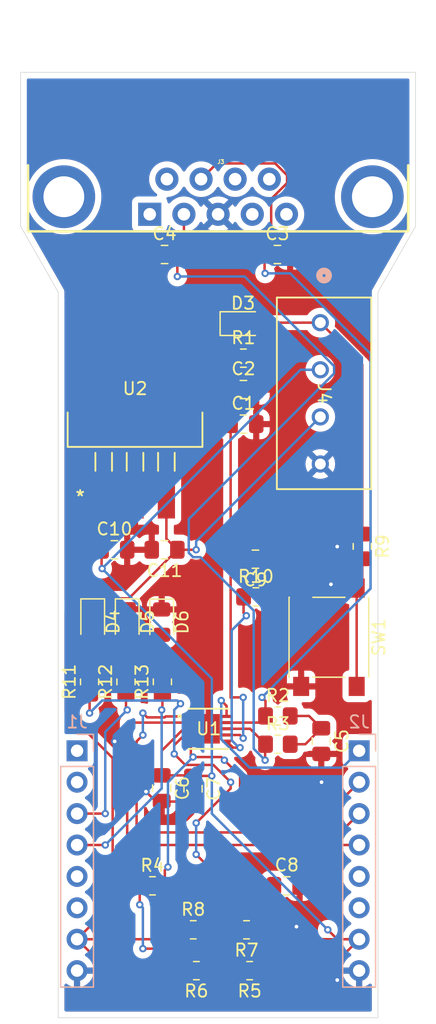
<source format=kicad_pcb>
(kicad_pcb (version 20240108) (generator "pcbnew") (generator_version "8.0")
  (layers (0 "F.Cu" signal) (31 "B.Cu" signal) (34 "B.Paste" user) (35 "F.Paste" user) (36 "B.SilkS" user "B.Silkscreen") (37 "F.SilkS" user "F.Silkscreen") (38 "B.Mask" user) (39 "F.Mask" user) (44 "Edge.Cuts" user))
  (net 0 "")
  (net 1 "GND")
  (net 2 "Net-(D3-K)")
  (net 3 "/CAN_H")
  (net 4 "/CAN_L")
  (net 5 "Net-(C5-Pad1)")
  (net 6 "VIO")
  (net 7 "Net-(C9-Pad1)")
  (net 8 "3.3V")
  (net 9 "Vbat")
  (net 10 "Net-(D4-A)")
  (net 11 "Net-(D5-A)")
  (net 12 "Net-(D6-A)")
  (net 13 "/RST")
  (net 16 "/En")
  (net 17 "Comm")
  (net 18 "EP")
  (net 19 "/Tx")
  (net 20 "/Rx")
  (net 23 "VCC")
  (net 30 "Net-(R4-Pad1)")
  (net 31 "/WUP")
  (footprint "Resistor_SMD:R_0805_2012Metric_Pad1.20x1.40mm_HandSolder" (layer "F.Cu") (at 114.046 94.758 90)
    (property "Reference" "R11" (at 0 -1.65 -90) (layer "F.SilkS"))
    (property "Value" "470")
    (fp_line (start -0.227064 -0.735) (end 0.227064 -0.735) (stroke (width 0.12)) (layer "F.SilkS"))
    (fp_line (start -0.227064 0.735) (end 0.227064 0.735) (stroke (width 0.12)) (layer "F.SilkS"))
    (pad "1" smd roundrect (at -1 0 90) (size 1.2 1.4) (layers "F.Cu" "F.Paste" "F.Mask") (roundrect_rratio 0.208333) (net 6 "VIO"))
    (pad "2" smd roundrect (at 1 0 90) (size 1.2 1.4) (layers "F.Cu" "F.Paste" "F.Mask") (roundrect_rratio 0.208333) (net 10 "Net-(D4-A)"))
  )
  (footprint "LED_SMD:LED_0805_2012Metric_Pad1.15x1.40mm_HandSolder" (layer "F.Cu") (at 114.3 89.907 -90)
    (property "Reference" "D4" (at 0 -1.65 90) (layer "F.SilkS"))
    (property "Value" "LED")
    (fp_line (start -1.86 0.96) (end 1 0.96) (stroke (width 0.12)) (layer "F.SilkS"))
    (fp_line (start -1.86 -0.96) (end -1.86 0.96) (stroke (width 0.12)) (layer "F.SilkS"))
    (fp_line (start 1 -0.96) (end -1.86 -0.96) (stroke (width 0.12)) (layer "F.SilkS"))
    (pad "1" smd roundrect (at -1.025 0 270) (size 1.15 1.4) (layers "F.Cu" "F.Paste" "F.Mask") (roundrect_rratio 0.217391) (net 1 "GND"))
    (pad "2" smd roundrect (at 1.025 0 270) (size 1.15 1.4) (layers "F.Cu" "F.Paste" "F.Mask") (roundrect_rratio 0.217391) (net 10 "Net-(D4-A)"))
  )
  (footprint "Capacitor_SMD:C_0805_2012Metric_Pad1.18x1.45mm_HandSolder" (layer "F.Cu") (at 116.0565 84.074)
    (property "Reference" "C10" (at 0 -1.68 0) (layer "F.SilkS"))
    (property "Value" "0.22uF")
    (fp_line (start -0.261252 -0.735) (end 0.261252 -0.735) (stroke (width 0.12)) (layer "F.SilkS"))
    (fp_line (start -0.261252 0.735) (end 0.261252 0.735) (stroke (width 0.12)) (layer "F.SilkS"))
    (pad "1" smd roundrect (at -1.0375 0) (size 1.175 1.45) (layers "F.Cu" "F.Paste" "F.Mask") (roundrect_rratio 0.212766) (net 23 "VCC"))
    (pad "2" smd roundrect (at 1.0375 0) (size 1.175 1.45) (layers "F.Cu" "F.Paste" "F.Mask") (roundrect_rratio 0.212766) (net 1 "GND"))
  )
  (footprint "Capacitor_SMD:C_0805_2012Metric_Pad1.18x1.45mm_HandSolder" (layer "F.Cu") (at 126.5135 73.914)
    (property "Reference" "C1" (at 0 -1.68 0) (layer "F.SilkS"))
    (property "Value" "100nF")
    (fp_line (start -0.261252 -0.735) (end 0.261252 -0.735) (stroke (width 0.12)) (layer "F.SilkS"))
    (fp_line (start -0.261252 0.735) (end 0.261252 0.735) (stroke (width 0.12)) (layer "F.SilkS"))
    (pad "1" smd roundrect (at -1.0375 0) (size 1.175 1.45) (layers "F.Cu" "F.Paste" "F.Mask") (roundrect_rratio 0.212766) (net 2 "Net-(D3-K)"))
    (pad "2" smd roundrect (at 1.0375 0) (size 1.175 1.45) (layers "F.Cu" "F.Paste" "F.Mask") (roundrect_rratio 0.212766) (net 1 "GND"))
  )
  (footprint "Capacitor_SMD:C_0805_2012Metric_Pad1.18x1.45mm_HandSolder" (layer "F.Cu") (at 119.888 103.3565 -90)
    (property "Reference" "C6" (at 0 -1.68 90) (layer "F.SilkS"))
    (property "Value" "100nF")
    (fp_line (start -0.261252 0.735) (end 0.261252 0.735) (stroke (width 0.12)) (layer "F.SilkS"))
    (fp_line (start -0.261252 -0.735) (end 0.261252 -0.735) (stroke (width 0.12)) (layer "F.SilkS"))
    (pad "1" smd roundrect (at -1.0375 0 270) (size 1.175 1.45) (layers "F.Cu" "F.Paste" "F.Mask") (roundrect_rratio 0.212766) (net 23 "VCC"))
    (pad "2" smd roundrect (at 1.0375 0 270) (size 1.175 1.45) (layers "F.Cu" "F.Paste" "F.Mask") (roundrect_rratio 0.212766) (net 1 "GND"))
  )
  (footprint "Resistor_SMD:R_0805_2012Metric_Pad1.20x1.40mm_HandSolder" (layer "F.Cu") (at 136.144 83.804 -90)
    (property "Reference" "R9" (at 0 -1.65 90) (layer "F.SilkS"))
    (property "Value" "10k")
    (fp_line (start -0.227064 0.735) (end 0.227064 0.735) (stroke (width 0.12)) (layer "F.SilkS"))
    (fp_line (start -0.227064 -0.735) (end 0.227064 -0.735) (stroke (width 0.12)) (layer "F.SilkS"))
    (pad "1" smd roundrect (at -1 0 270) (size 1.2 1.4) (layers "F.Cu" "F.Paste" "F.Mask") (roundrect_rratio 0.208333) (net 9 "Vbat"))
    (pad "2" smd roundrect (at 1 0 270) (size 1.2 1.4) (layers "F.Cu" "F.Paste" "F.Mask") (roundrect_rratio 0.208333) (net 7 "Net-(C9-Pad1)"))
  )
  (footprint "Resistor_SMD:R_0805_2012Metric_Pad1.20x1.40mm_HandSolder" (layer "F.Cu") (at 116.996 94.758 90)
    (property "Reference" "R12" (at 0 -1.65 -90) (layer "F.SilkS"))
    (property "Value" "470")
    (fp_line (start -0.227064 -0.735) (end 0.227064 -0.735) (stroke (width 0.12)) (layer "F.SilkS"))
    (fp_line (start -0.227064 0.735) (end 0.227064 0.735) (stroke (width 0.12)) (layer "F.SilkS"))
    (pad "1" smd roundrect (at -1 0 90) (size 1.2 1.4) (layers "F.Cu" "F.Paste" "F.Mask") (roundrect_rratio 0.208333) (net 18 "EP"))
    (pad "2" smd roundrect (at 1 0 90) (size 1.2 1.4) (layers "F.Cu" "F.Paste" "F.Mask") (roundrect_rratio 0.208333) (net 11 "Net-(D5-A)"))
  )
  (footprint "wire_connector_4:CONN4_500000G_AMP" (layer "F.Cu") (at 132.742 65.7098 -90)
    (property "Reference" "J4" (at 5.715 -0.304 -90) (layer "F.SilkS"))
    (property "Value" "Conn_01x04_Pin")
    (fp_circle (center -3.81 -0.304) (end -3.429 -0.304) (stroke (width 0.508)) (fill none) (layer "B.SilkS"))
    (fp_line (start -2.032 3.5187) (end 13.462 3.5187) (stroke (width 0.1524)) (layer "F.SilkS"))
    (fp_line (start 13.462 3.5187) (end 13.462 -4.1267) (stroke (width 0.1524)) (layer "F.SilkS"))
    (fp_line (start -2.032 -4.1267) (end -2.032 3.5187) (stroke (width 0.1524)) (layer "F.SilkS"))
    (fp_line (start 13.462 -4.1267) (end -2.032 -4.1267) (stroke (width 0.1524)) (layer "F.SilkS"))
    (fp_circle (center -3.81 -0.304) (end -3.429 -0.304) (stroke (width 0.508)) (fill none) (layer "F.SilkS"))
    (pad "1" thru_hole circle (at 0 0 270) (size 1.397 1.397) (drill 0.889) (layers "*.Cu" "*.Mask") (net 9 "Vbat"))
    (pad "2" thru_hole circle (at 3.81 0 270) (size 1.397 1.397) (drill 0.889) (layers "*.Cu" "*.Mask") (net 23 "VCC"))
    (pad "3" thru_hole circle (at 7.62 0 270) (size 1.397 1.397) (drill 0.889) (layers "*.Cu" "*.Mask") (net 8 "3.3V"))
    (pad "4" thru_hole circle (at 11.43 0 270) (size 1.397 1.397) (drill 0.889) (layers "*.Cu" "*.Mask") (net 1 "GND"))
  )
  (footprint "Capacitor_SMD:C_0805_2012Metric_Pad1.18x1.45mm_HandSolder" (layer "F.Cu") (at 129.2645 60.198)
    (property "Reference" "C3" (at 0 -1.68 0) (layer "F.SilkS"))
    (property "Value" "47pF")
    (fp_line (start -0.261252 -0.735) (end 0.261252 -0.735) (stroke (width 0.12)) (layer "F.SilkS"))
    (fp_line (start -0.261252 0.735) (end 0.261252 0.735) (stroke (width 0.12)) (layer "F.SilkS"))
    (pad "1" smd roundrect (at -1.0375 0) (size 1.175 1.45) (layers "F.Cu" "F.Paste" "F.Mask") (roundrect_rratio 0.212766) (net 3 "/CAN_H"))
    (pad "2" smd roundrect (at 1.0375 0) (size 1.175 1.45) (layers "F.Cu" "F.Paste" "F.Mask") (roundrect_rratio 0.212766) (net 1 "GND"))
  )
  (footprint "Resistor_SMD:R_0805_2012Metric_Pad1.20x1.40mm_HandSolder" (layer "F.Cu") (at 119.142 111.252)
    (property "Reference" "R4" (at 0 -1.65 0) (layer "F.SilkS"))
    (property "Value" "10k")
    (fp_line (start -0.227064 -0.735) (end 0.227064 -0.735) (stroke (width 0.12)) (layer "F.SilkS"))
    (fp_line (start -0.227064 0.735) (end 0.227064 0.735) (stroke (width 0.12)) (layer "F.SilkS"))
    (pad "1" smd roundrect (at -1 0) (size 1.2 1.4) (layers "F.Cu" "F.Paste" "F.Mask") (roundrect_rratio 0.208333) (net 30 "Net-(R4-Pad1)"))
    (pad "2" smd roundrect (at 1 0) (size 1.2 1.4) (layers "F.Cu" "F.Paste" "F.Mask") (roundrect_rratio 0.208333) (net 13 "/RST"))
  )
  (footprint "Diode_SMD:D_0805_2012Metric_Pad1.15x1.40mm_HandSolder" (layer "F.Cu") (at 126.483 65.786)
    (property "Reference" "D3" (at 0 -1.65 0) (layer "F.SilkS"))
    (property "Value" "D")
    (fp_line (start -1.86 -0.96) (end -1.86 0.96) (stroke (width 0.12)) (layer "F.SilkS"))
    (fp_line (start -1.86 0.96) (end 1 0.96) (stroke (width 0.12)) (layer "F.SilkS"))
    (fp_line (start 1 -0.96) (end -1.86 -0.96) (stroke (width 0.12)) (layer "F.SilkS"))
    (pad "1" smd roundrect (at -1.025 0) (size 1.15 1.4) (layers "F.Cu" "F.Paste" "F.Mask") (roundrect_rratio 0.217391) (net 2 "Net-(D3-K)"))
    (pad "2" smd roundrect (at 1.025 0) (size 1.15 1.4) (layers "F.Cu" "F.Paste" "F.Mask") (roundrect_rratio 0.217391) (net 9 "Vbat"))
  )
  (footprint "Capacitor_SMD:C_0805_2012Metric_Pad1.18x1.45mm_HandSolder" (layer "F.Cu") (at 126.5135 71.12)
    (property "Reference" "C2" (at 0 -1.68 0) (layer "F.SilkS"))
    (property "Value" "10uF")
    (fp_line (start -0.261252 -0.735) (end 0.261252 -0.735) (stroke (width 0.12)) (layer "F.SilkS"))
    (fp_line (start -0.261252 0.735) (end 0.261252 0.735) (stroke (width 0.12)) (layer "F.SilkS"))
    (pad "1" smd roundrect (at -1.0375 0) (size 1.175 1.45) (layers "F.Cu" "F.Paste" "F.Mask") (roundrect_rratio 0.212766) (net 2 "Net-(D3-K)"))
    (pad "2" smd roundrect (at 1.0375 0) (size 1.175 1.45) (layers "F.Cu" "F.Paste" "F.Mask") (roundrect_rratio 0.212766) (net 1 "GND"))
  )
  (footprint "Capacitor_SMD:C_0805_2012Metric_Pad1.18x1.45mm_HandSolder" (layer "F.Cu") (at 120.1205 60.198)
    (property "Reference" "C4" (at 0 -1.68 0) (layer "F.SilkS"))
    (property "Value" "47pF")
    (fp_line (start -0.261252 -0.735) (end 0.261252 -0.735) (stroke (width 0.12)) (layer "F.SilkS"))
    (fp_line (start -0.261252 0.735) (end 0.261252 0.735) (stroke (width 0.12)) (layer "F.SilkS"))
    (pad "1" smd roundrect (at -1.0375 0) (size 1.175 1.45) (layers "F.Cu" "F.Paste" "F.Mask") (roundrect_rratio 0.212766) (net 1 "GND"))
    (pad "2" smd roundrect (at 1.0375 0) (size 1.175 1.45) (layers "F.Cu" "F.Paste" "F.Mask") (roundrect_rratio 0.212766) (net 4 "/CAN_L"))
  )
  (footprint "Capacitor_SMD:C_0805_2012Metric_Pad1.18x1.45mm_HandSolder" (layer "F.Cu") (at 132.8205 99.5465 -90)
    (property "Reference" "C5" (at 0 -1.68 90) (layer "F.SilkS"))
    (property "Value" "4.7nF")
    (fp_line (start -0.261252 0.735) (end 0.261252 0.735) (stroke (width 0.12)) (layer "F.SilkS"))
    (fp_line (start -0.261252 -0.735) (end 0.261252 -0.735) (stroke (width 0.12)) (layer "F.SilkS"))
    (pad "1" smd roundrect (at -1.0375 0 270) (size 1.175 1.45) (layers "F.Cu" "F.Paste" "F.Mask") (roundrect_rratio 0.212766) (net 5 "Net-(C5-Pad1)"))
    (pad "2" smd roundrect (at 1.0375 0 270) (size 1.175 1.45) (layers "F.Cu" "F.Paste" "F.Mask") (roundrect_rratio 0.212766) (net 1 "GND"))
  )
  (footprint "Resistor_SMD:R_0805_2012Metric_Pad1.20x1.40mm_HandSolder" (layer "F.Cu") (at 122.444 114.808)
    (property "Reference" "R8" (at 0 -1.65 0) (layer "F.SilkS"))
    (property "Value" "0")
    (fp_line (start -0.227064 -0.735) (end 0.227064 -0.735) (stroke (width 0.12)) (layer "F.SilkS"))
    (fp_line (start -0.227064 0.735) (end 0.227064 0.735) (stroke (width 0.12)) (layer "F.SilkS"))
    (pad "1" smd roundrect (at -1 0) (size 1.2 1.4) (layers "F.Cu" "F.Paste" "F.Mask") (roundrect_rratio 0.208333) (net 8 "3.3V"))
    (pad "2" smd roundrect (at 1 0) (size 1.2 1.4) (layers "F.Cu" "F.Paste" "F.Mask") (roundrect_rratio 0.208333) (net 6 "VIO"))
  )
  (footprint "Resistor_SMD:R_0805_2012Metric_Pad1.20x1.40mm_HandSolder" (layer "F.Cu") (at 127.016 118.11 180)
    (property "Reference" "R5" (at 0 -1.65 180) (layer "F.SilkS"))
    (property "Value" "0")
    (fp_line (start -0.227064 0.735) (end 0.227064 0.735) (stroke (width 0.12)) (layer "F.SilkS"))
    (fp_line (start -0.227064 -0.735) (end 0.227064 -0.735) (stroke (width 0.12)) (layer "F.SilkS"))
    (pad "1" smd roundrect (at -1 0 180) (size 1.2 1.4) (layers "F.Cu" "F.Paste" "F.Mask") (roundrect_rratio 0.208333) (net 23 "VCC"))
    (pad "2" smd roundrect (at 1 0 180) (size 1.2 1.4) (layers "F.Cu" "F.Paste" "F.Mask") (roundrect_rratio 0.208333) (net 30 "Net-(R4-Pad1)"))
  )
  (footprint "LED_SMD:LED_0805_2012Metric_Pad1.15x1.40mm_HandSolder" (layer "F.Cu") (at 119.888 89.925 -90)
    (property "Reference" "D6" (at 0 -1.65 90) (layer "F.SilkS"))
    (property "Value" "LED")
    (fp_line (start -1.86 0.96) (end 1 0.96) (stroke (width 0.12)) (layer "F.SilkS"))
    (fp_line (start -1.86 -0.96) (end -1.86 0.96) (stroke (width 0.12)) (layer "F.SilkS"))
    (fp_line (start 1 -0.96) (end -1.86 -0.96) (stroke (width 0.12)) (layer "F.SilkS"))
    (pad "1" smd roundrect (at -1.025 0 270) (size 1.15 1.4) (layers "F.Cu" "F.Paste" "F.Mask") (roundrect_rratio 0.217391) (net 1 "GND"))
    (pad "2" smd roundrect (at 1.025 0 270) (size 1.15 1.4) (layers "F.Cu" "F.Paste" "F.Mask") (roundrect_rratio 0.217391) (net 12 "Net-(D6-A)"))
  )
  (footprint "Resistor_SMD:R_0805_2012Metric_Pad1.20x1.40mm_HandSolder" (layer "F.Cu") (at 119.946 94.758 90)
    (property "Reference" "R13" (at 0 -1.65 -90) (layer "F.SilkS"))
    (property "Value" "470")
    (fp_line (start -0.227064 -0.735) (end 0.227064 -0.735) (stroke (width 0.12)) (layer "F.SilkS"))
    (fp_line (start -0.227064 0.735) (end 0.227064 0.735) (stroke (width 0.12)) (layer "F.SilkS"))
    (pad "1" smd roundrect (at -1 0 90) (size 1.2 1.4) (layers "F.Cu" "F.Paste" "F.Mask") (roundrect_rratio 0.208333) (net 17 "Comm"))
    (pad "2" smd roundrect (at 1 0 90) (size 1.2 1.4) (layers "F.Cu" "F.Paste" "F.Mask") (roundrect_rratio 0.208333) (net 12 "Net-(D6-A)"))
  )
  (footprint "Resistor_SMD:R_0805_2012Metric_Pad1.20x1.40mm_HandSolder" (layer "F.Cu") (at 126.762 114.808 180)
    (property "Reference" "R7" (at 0 -1.65 180) (layer "F.SilkS"))
    (property "Value" "0")
    (fp_line (start -0.227064 0.735) (end 0.227064 0.735) (stroke (width 0.12)) (layer "F.SilkS"))
    (fp_line (start -0.227064 -0.735) (end 0.227064 -0.735) (stroke (width 0.12)) (layer "F.SilkS"))
    (pad "1" smd roundrect (at -1 0 180) (size 1.2 1.4) (layers "F.Cu" "F.Paste" "F.Mask") (roundrect_rratio 0.208333) (net 23 "VCC"))
    (pad "2" smd roundrect (at 1 0 180) (size 1.2 1.4) (layers "F.Cu" "F.Paste" "F.Mask") (roundrect_rratio 0.208333) (net 6 "VIO"))
  )
  (footprint "Resistor_SMD:R_0805_2012Metric_Pad1.20x1.40mm_HandSolder" (layer "F.Cu") (at 129.302 97.5145)
    (property "Reference" "R2" (at 0 -1.65 0) (layer "F.SilkS"))
    (property "Value" "60")
    (fp_line (start -0.227064 -0.735) (end 0.227064 -0.735) (stroke (width 0.12)) (layer "F.SilkS"))
    (fp_line (start -0.227064 0.735) (end 0.227064 0.735) (stroke (width 0.12)) (layer "F.SilkS"))
    (pad "1" smd roundrect (at -1 0) (size 1.2 1.4) (layers "F.Cu" "F.Paste" "F.Mask") (roundrect_rratio 0.208333) (net 3 "/CAN_H"))
    (pad "2" smd roundrect (at 1 0) (size 1.2 1.4) (layers "F.Cu" "F.Paste" "F.Mask") (roundrect_rratio 0.208333) (net 5 "Net-(C5-Pad1)"))
  )
  (footprint "footprints_ATA6503:VDFN10_4BW_2p3x1p7EP_MCH" (layer "F.Cu") (at 123.698 98.552)
    (property "Reference" "U1" (at 0 0 0) (layer "F.SilkS"))
    (property "Value" "ATA6503T-4BWVAO")
    (fp_line (start -1.6256 1.6256) (end 1.6256 1.6256) (stroke (width 0.1524)) (layer "F.SilkS"))
    (fp_line (start 1.6256 -1.6256) (end -1.6256 -1.6256) (stroke (width 0.1524)) (layer "F.SilkS"))
    (fp_circle (center -2.3542 -1) (end -2.2526 -1) (stroke (width 0.1524)) (fill none) (layer "F.SilkS"))
    (pad "1" smd rect (at -1.4478 -1.000001) (size 0.7112 0.254) (layers "F.Cu" "F.Paste" "F.Mask") (net 19 "/Tx"))
    (pad "2" smd rect (at -1.4478 -0.499999) (size 0.7112 0.254) (layers "F.Cu" "F.Paste" "F.Mask") (net 20 "/Rx"))
    (pad "3" smd rect (at -1.4478 0) (size 0.7112 0.254) (layers "F.Cu" "F.Paste" "F.Mask") (net 23 "VCC"))
    (pad "4" smd rect (at -1.4478 0.499999) (size 0.7112 0.254) (layers "F.Cu" "F.Paste" "F.Mask") (net 6 "VIO"))
    (pad "5" smd rect (at -1.4478 1.000001) (size 0.7112 0.254) (layers "F.Cu" "F.Paste" "F.Mask") (net 13 "/RST"))
    (pad "6" smd rect (at 1.4478 1.000001) (size 0.7112 0.254) (layers "F.Cu" "F.Paste" "F.Mask") (net 31 "/WUP"))
    (pad "7" smd rect (at 1.4478 0.499999) (size 0.7112 0.254) (layers "F.Cu" "F.Paste" "F.Mask") (net 2 "Net-(D3-K)"))
    (pad "8" smd rect (at 1.4478 0) (size 0.7112 0.254) (layers "F.Cu" "F.Paste" "F.Mask") (net 4 "/CAN_L"))
    (pad "9" smd rect (at 1.4478 -0.499999) (size 0.7112 0.254) (layers "F.Cu" "F.Paste" "F.Mask") (net 3 "/CAN_H"))
    (pad "10" smd rect (at 1.4478 -1.000001) (size 0.7112 0.254) (layers "F.Cu" "F.Paste" "F.Mask") (net 16 "/En"))
    (pad "11" smd rect (at 0 0) (size 1.8034 2.3876) (layers "F.Cu" "F.Paste" "F.Mask") (net 1 "GND"))
  )
  (footprint "Capacitor_SMD:C_0805_2012Metric_Pad1.18x1.45mm_HandSolder" (layer "F.Cu") (at 130.0265 111.252)
    (property "Reference" "C8" (at 0 -1.68 0) (layer "F.SilkS"))
    (property "Value" "100nF")
    (fp_line (start -0.261252 -0.735) (end 0.261252 -0.735) (stroke (width 0.12)) (layer "F.SilkS"))
    (fp_line (start -0.261252 0.735) (end 0.261252 0.735) (stroke (width 0.12)) (layer "F.SilkS"))
    (pad "1" smd roundrect (at -1.0375 0) (size 1.175 1.45) (layers "F.Cu" "F.Paste" "F.Mask") (roundrect_rratio 0.212766) (net 6 "VIO"))
    (pad "2" smd roundrect (at 1.0375 0) (size 1.175 1.45) (layers "F.Cu" "F.Paste" "F.Mask") (roundrect_rratio 0.212766) (net 1 "GND"))
  )
  (footprint "Resistor_SMD:R_0805_2012Metric_Pad1.20x1.40mm_HandSolder" (layer "F.Cu") (at 122.698 118.11 180)
    (property "Reference" "R6" (at 0 -1.65 180) (layer "F.SilkS"))
    (property "Value" "0")
    (fp_line (start -0.227064 0.735) (end 0.227064 0.735) (stroke (width 0.12)) (layer "F.SilkS"))
    (fp_line (start -0.227064 -0.735) (end 0.227064 -0.735) (stroke (width 0.12)) (layer "F.SilkS"))
    (pad "1" smd roundrect (at -1 0 180) (size 1.2 1.4) (layers "F.Cu" "F.Paste" "F.Mask") (roundrect_rratio 0.208333) (net 30 "Net-(R4-Pad1)"))
    (pad "2" smd roundrect (at 1 0 180) (size 1.2 1.4) (layers "F.Cu" "F.Paste" "F.Mask") (roundrect_rratio 0.208333) (net 8 "3.3V"))
  )
  (footprint "Capacitor_SMD:C_0805_2012Metric_Pad1.18x1.45mm_HandSolder" (layer "F.Cu") (at 120.1205 84.074 180)
    (property "Reference" "C11" (at 0 -1.68 180) (layer "F.SilkS"))
    (property "Value" "10uF")
    (fp_line (start -0.261252 0.735) (end 0.261252 0.735) (stroke (width 0.12)) (layer "F.SilkS"))
    (fp_line (start -0.261252 -0.735) (end 0.261252 -0.735) (stroke (width 0.12)) (layer "F.SilkS"))
    (pad "1" smd roundrect (at -1.0375 0 180) (size 1.175 1.45) (layers "F.Cu" "F.Paste" "F.Mask") (roundrect_rratio 0.212766) (net 8 "3.3V"))
    (pad "2" smd roundrect (at 1.0375 0 180) (size 1.175 1.45) (layers "F.Cu" "F.Paste" "F.Mask") (roundrect_rratio 0.212766) (net 1 "GND"))
  )
  (footprint "Resistor_SMD:R_0805_2012Metric_Pad1.20x1.40mm_HandSolder" (layer "F.Cu") (at 126.508 68.58)
    (property "Reference" "R1" (at 0 -1.65 0) (layer "F.SilkS"))
    (property "Value" "10k")
    (fp_line (start -0.227064 -0.735) (end 0.227064 -0.735) (stroke (width 0.12)) (layer "F.SilkS"))
    (fp_line (start -0.227064 0.735) (end 0.227064 0.735) (stroke (width 0.12)) (layer "F.SilkS"))
    (pad "1" smd roundrect (at -1 0) (size 1.2 1.4) (layers "F.Cu" "F.Paste" "F.Mask") (roundrect_rratio 0.208333) (net 2 "Net-(D3-K)"))
    (pad "2" smd roundrect (at 1 0) (size 1.2 1.4) (layers "F.Cu" "F.Paste" "F.Mask") (roundrect_rratio 0.208333) (net 1 "GND"))
  )
  (footprint "footprints:TO263-3LD_MCH" (layer "F.Cu") (at 117.729 71.0438)
    (property "Reference" "U2" (at 0 0 0) (layer "F.SilkS"))
    (property "Value" "MIC2940A-3.3WU")
    (fp_line (start -5.461 1.929749) (end -5.461 4.7117) (stroke (width 0.1524)) (layer "F.SilkS"))
    (fp_line (start -5.461 4.7117) (end 5.461 4.7117) (stroke (width 0.1524)) (layer "F.SilkS"))
    (fp_line (start -3.2131 5.1943) (end -3.2131 6.6421) (stroke (width 0.1524)) (layer "F.SilkS"))
    (fp_line (start -1.8669 5.1943) (end -1.8669 6.6421) (stroke (width 0.1524)) (layer "F.SilkS"))
    (fp_line (start -0.6731 5.1943) (end -0.6731 6.6421) (stroke (width 0.1524)) (layer "F.SilkS"))
    (fp_line (start 0.6731 5.1943) (end 0.6731 6.6421) (stroke (width 0.1524)) (layer "F.SilkS"))
    (fp_line (start 1.8669 5.1943) (end 1.8669 6.6421) (stroke (width 0.1524)) (layer "F.SilkS"))
    (fp_line (start 3.2131 5.1943) (end 3.2131 6.6421) (stroke (width 0.1524)) (layer "F.SilkS"))
    (fp_line (start 5.461 4.7117) (end 5.461 1.929749) (stroke (width 0.1524)) (layer "F.SilkS"))
    (fp_text user "*" (at -4.445 8.7503 0) (layer "F.SilkS"))
    (fp_text user "*" (at -4.445 8.7503 0) (layer "F.SilkS"))
    (pad "1" smd rect (at -2.54 8.7503) (size 1.397 3.5052) (layers "F.Cu" "F.Paste" "F.Mask") (net 23 "VCC"))
    (pad "2" smd rect (at 0 8.7503) (size 1.397 3.5052) (layers "F.Cu" "F.Paste" "F.Mask") (net 1 "GND"))
    (pad "3" smd rect (at 2.54 8.7503) (size 1.397 3.5052) (layers "F.Cu" "F.Paste" "F.Mask") (net 8 "3.3V"))
    (pad "4" smd rect (at 0 -2.5908) (size 10.7188 8.4074) (layers "F.Cu" "F.Paste" "F.Mask") (net 1 "GND"))
  )
  (footprint "Capacitor_SMD:C_0805_2012Metric_Pad1.18x1.45mm_HandSolder" (layer "F.Cu") (at 127.4865 84.836 180)
    (property "Reference" "C9" (at 0 -1.68 180) (layer "F.SilkS"))
    (property "Value" "10nF")
    (fp_line (start -0.261252 0.735) (end 0.261252 0.735) (stroke (width 0.12)) (layer "F.SilkS"))
    (fp_line (start -0.261252 -0.735) (end 0.261252 -0.735) (stroke (width 0.12)) (layer "F.SilkS"))
    (pad "1" smd roundrect (at -1.0375 0 180) (size 1.175 1.45) (layers "F.Cu" "F.Paste" "F.Mask") (roundrect_rratio 0.212766) (net 7 "Net-(C9-Pad1)"))
    (pad "2" smd roundrect (at 1.0375 0 180) (size 1.175 1.45) (layers "F.Cu" "F.Paste" "F.Mask") (roundrect_rratio 0.212766) (net 1 "GND"))
  )
  (footprint "Resistor_SMD:R_0805_2012Metric_Pad1.20x1.40mm_HandSolder" (layer "F.Cu") (at 127.524 87.884)
    (property "Reference" "R10" (at 0 -1.65 0) (layer "F.SilkS"))
    (property "Value" "3.3k")
    (fp_line (start -0.227064 -0.735) (end 0.227064 -0.735) (stroke (width 0.12)) (layer "F.SilkS"))
    (fp_line (start -0.227064 0.735) (end 0.227064 0.735) (stroke (width 0.12)) (layer "F.SilkS"))
    (pad "1" smd roundrect (at -1 0) (size 1.2 1.4) (layers "F.Cu" "F.Paste" "F.Mask") (roundrect_rratio 0.208333) (net 31 "/WUP"))
    (pad "2" smd roundrect (at 1 0) (size 1.2 1.4) (layers "F.Cu" "F.Paste" "F.Mask") (roundrect_rratio 0.208333) (net 7 "Net-(C9-Pad1)"))
  )
  (footprint "DB9_footprint:DB9" (layer "F.Cu") (at 124.46 55.5255)
    (property "Reference" "J3" (at 0.221038 -2.823674 0) (layer "F.SilkS") (effects (font (size 0.320054 0.320054))))
    (property "Value" "DE9_Plug_MountingHoles")
    (fp_line (start -15.4 2.8) (end -15.4 -2.54) (stroke (width 0.2032)) (layer "F.SilkS"))
    (fp_line (start -15.4 2.8) (end 15.4 2.8) (stroke (width 0.2032)) (layer "F.SilkS"))
    (fp_line (start 15.4 2.8) (end 15.4 -2.54) (stroke (width 0.2032)) (layer "F.SilkS"))
    (pad "1" thru_hole rect (at -5.54 1.42) (size 1.8796 1.8796) (drill 1.016) (layers "*.Cu" "*.Mask"))
    (pad "2" thru_hole circle (at -2.77 1.42) (size 1.8796 1.8796) (drill 1.016) (layers "*.Cu" "*.Mask") (net 4 "/CAN_L"))
    (pad "3" thru_hole circle (at 0 1.42) (size 1.8796 1.8796) (drill 1.016) (layers "*.Cu" "*.Mask") (net 1 "GND"))
    (pad "4" thru_hole circle (at 2.77 1.42) (size 1.8796 1.8796) (drill 1.016) (layers "*.Cu" "*.Mask"))
    (pad "5" thru_hole circle (at 5.54 1.42) (size 1.8796 1.8796) (drill 1.016) (layers "*.Cu" "*.Mask"))
    (pad "6" thru_hole circle (at -4.15 -1.42) (size 1.8796 1.8796) (drill 1.016) (layers "*.Cu" "*.Mask"))
    (pad "7" thru_hole circle (at -1.38 -1.42) (size 1.8796 1.8796) (drill 1.016) (layers "*.Cu" "*.Mask") (net 3 "/CAN_H"))
    (pad "8" thru_hole circle (at 1.38 -1.42) (size 1.8796 1.8796) (drill 1.016) (layers "*.Cu" "*.Mask"))
    (pad "9" thru_hole circle (at 4.15 -1.42) (size 1.8796 1.8796) (drill 1.016) (layers "*.Cu" "*.Mask"))
    (pad "G1" thru_hole circle (at -12.5 0) (size 5.08 5.08) (drill 3.302) (layers "*.Cu" "*.Mask"))
    (pad "G2" thru_hole circle (at 12.5 0) (size 5.08 5.08) (drill 3.302) (layers "*.Cu" "*.Mask"))
  )
  (footprint "Button_Switch_SMD:SW_Push_1P1T_NO_6x6mm_H9.5mm" (layer "F.Cu") (at 133.439 91.15 -90)
    (property "Reference" "SW1" (at 0 -4.05 90) (layer "F.SilkS"))
    (property "Value" "SW_Push")
    (fp_line (start -3.23 3.23) (end 3.23 3.23) (stroke (width 0.12)) (layer "F.SilkS"))
    (fp_line (start -3.23 3.23) (end -3.23 3.2) (stroke (width 0.12)) (layer "F.SilkS"))
    (fp_line (start 3.23 3.23) (end 3.23 3.2) (stroke (width 0.12)) (layer "F.SilkS"))
    (fp_line (start -3.23 -1.3) (end -3.23 1.3) (stroke (width 0.12)) (layer "F.SilkS"))
    (fp_line (start 3.23 -1.3) (end 3.23 1.3) (stroke (width 0.12)) (layer "F.SilkS"))
    (fp_line (start -3.23 -3.2) (end -3.23 -3.23) (stroke (width 0.12)) (layer "F.SilkS"))
    (fp_line (start -3.23 -3.23) (end 3.23 -3.23) (stroke (width 0.12)) (layer "F.SilkS"))
    (fp_line (start 3.23 -3.23) (end 3.23 -3.2) (stroke (width 0.12)) (layer "F.SilkS"))
    (pad "1" smd rect (at -3.975 -2.25 270) (size 1.55 1.3) (layers "F.Cu" "F.Paste" "F.Mask") (net 7 "Net-(C9-Pad1)"))
    (pad "1" smd rect (at 3.975 -2.25 270) (size 1.55 1.3) (layers "F.Cu" "F.Paste" "F.Mask") (net 7 "Net-(C9-Pad1)"))
    (pad "2" smd rect (at -3.975 2.25 270) (size 1.55 1.3) (layers "F.Cu" "F.Paste" "F.Mask") (net 1 "GND"))
    (pad "2" smd rect (at 3.975 2.25 270) (size 1.55 1.3) (layers "F.Cu" "F.Paste" "F.Mask") (net 1 "GND"))
  )
  (footprint "Capacitor_SMD:C_0805_2012Metric_Pad1.18x1.45mm_HandSolder" (layer "F.Cu") (at 122.428 103.3995 -90)
    (property "Reference" "C7" (at 0 -1.68 90) (layer "F.SilkS"))
    (property "Value" "2.2uF")
    (fp_line (start -0.261252 0.735) (end 0.261252 0.735) (stroke (width 0.12)) (layer "F.SilkS"))
    (fp_line (start -0.261252 -0.735) (end 0.261252 -0.735) (stroke (width 0.12)) (layer "F.SilkS"))
    (pad "1" smd roundrect (at -1.0375 0 270) (size 1.175 1.45) (layers "F.Cu" "F.Paste" "F.Mask") (roundrect_rratio 0.212766) (net 23 "VCC"))
    (pad "2" smd roundrect (at 1.0375 0 270) (size 1.175 1.45) (layers "F.Cu" "F.Paste" "F.Mask") (roundrect_rratio 0.212766) (net 1 "GND"))
  )
  (footprint "Resistor_SMD:R_0805_2012Metric_Pad1.20x1.40mm_HandSolder" (layer "F.Cu") (at 129.302 99.8005)
    (property "Reference" "R3" (at 0 -1.65 0) (layer "F.SilkS"))
    (property "Value" "60")
    (fp_line (start -0.227064 -0.735) (end 0.227064 -0.735) (stroke (width 0.12)) (layer "F.SilkS"))
    (fp_line (start -0.227064 0.735) (end 0.227064 0.735) (stroke (width 0.12)) (layer "F.SilkS"))
    (pad "1" smd roundrect (at -1 0) (size 1.2 1.4) (layers "F.Cu" "F.Paste" "F.Mask") (roundrect_rratio 0.208333) (net 4 "/CAN_L"))
    (pad "2" smd roundrect (at 1 0) (size 1.2 1.4) (layers "F.Cu" "F.Paste" "F.Mask") (roundrect_rratio 0.208333) (net 5 "Net-(C5-Pad1)"))
  )
  (footprint "LED_SMD:LED_0805_2012Metric_Pad1.15x1.40mm_HandSolder" (layer "F.Cu") (at 117.094 89.907 -90)
    (property "Reference" "D5" (at 0 -1.65 90) (layer "F.SilkS"))
    (property "Value" "LED")
    (fp_line (start -1.86 0.96) (end 1 0.96) (stroke (width 0.12)) (layer "F.SilkS"))
    (fp_line (start -1.86 -0.96) (end -1.86 0.96) (stroke (width 0.12)) (layer "F.SilkS"))
    (fp_line (start 1 -0.96) (end -1.86 -0.96) (stroke (width 0.12)) (layer "F.SilkS"))
    (pad "1" smd roundrect (at -1.025 0 270) (size 1.15 1.4) (layers "F.Cu" "F.Paste" "F.Mask") (roundrect_rratio 0.217391) (net 1 "GND"))
    (pad "2" smd roundrect (at 1.025 0 270) (size 1.15 1.4) (layers "F.Cu" "F.Paste" "F.Mask") (roundrect_rratio 0.217391) (net 11 "Net-(D5-A)"))
  )
  (footprint "Connector_PinHeader_2.54mm:PinHeader_1x08_P2.54mm_Vertical" (layer "B.Cu") (at 113.03 100.33 180)
    (property "Reference" "J1" (at 0 2.33 180) (layer "B.SilkS") (effects (justify mirror)))
    (property "Value" "Conn_01x08_Pin")
    (fp_line (start 1.33 -1.27) (end -1.33 -1.27) (stroke (width 0.12)) (layer "B.SilkS"))
    (fp_line (start 1.33 -19.11) (end 1.33 -1.27) (stroke (width 0.12)) (layer "B.SilkS"))
    (fp_line (start 1.33 -19.11) (end -1.33 -19.11) (stroke (width 0.12)) (layer "B.SilkS"))
    (fp_line (start 0 1.33) (end -1.33 1.33) (stroke (width 0.12)) (layer "B.SilkS"))
    (fp_line (start -1.33 1.33) (end -1.33 0) (stroke (width 0.12)) (layer "B.SilkS"))
    (fp_line (start -1.33 -19.11) (end -1.33 -1.27) (stroke (width 0.12)) (layer "B.SilkS"))
    (pad "1" thru_hole rect (at 0 0 180) (size 1.7 1.7) (drill 1) (layers "*.Cu" "*.Mask"))
    (pad "2" thru_hole oval (at 0 -2.54 180) (size 1.7 1.7) (drill 1) (layers "*.Cu" "*.Mask"))
    (pad "3" thru_hole oval (at 0 -5.08 180) (size 1.7 1.7) (drill 1) (layers "*.Cu" "*.Mask") (net 18 "EP"))
    (pad "4" thru_hole oval (at 0 -7.62 180) (size 1.7 1.7) (drill 1) (layers "*.Cu" "*.Mask") (net 17 "Comm"))
    (pad "5" thru_hole oval (at 0 -10.16 180) (size 1.7 1.7) (drill 1) (layers "*.Cu" "*.Mask"))
    (pad "6" thru_hole oval (at 0 -12.7 180) (size 1.7 1.7) (drill 1) (layers "*.Cu" "*.Mask"))
    (pad "7" thru_hole oval (at 0 -15.24 180) (size 1.7 1.7) (drill 1) (layers "*.Cu" "*.Mask") (net 8 "3.3V"))
    (pad "8" thru_hole oval (at 0 -17.78 180) (size 1.7 1.7) (drill 1) (layers "*.Cu" "*.Mask") (net 1 "GND"))
  )
  (footprint "Connector_PinHeader_2.54mm:PinHeader_1x08_P2.54mm_Vertical" (layer "B.Cu") (at 135.89 100.33 180)
    (property "Reference" "J2" (at 0 2.33 180) (layer "B.SilkS") (effects (justify mirror)))
    (property "Value" "Conn_01x08_Pin")
    (fp_line (start 1.33 -1.27) (end -1.33 -1.27) (stroke (width 0.12)) (layer "B.SilkS"))
    (fp_line (start 1.33 -19.11) (end 1.33 -1.27) (stroke (width 0.12)) (layer "B.SilkS"))
    (fp_line (start 1.33 -19.11) (end -1.33 -19.11) (stroke (width 0.12)) (layer "B.SilkS"))
    (fp_line (start 0 1.33) (end -1.33 1.33) (stroke (width 0.12)) (layer "B.SilkS"))
    (fp_line (start -1.33 1.33) (end -1.33 0) (stroke (width 0.12)) (layer "B.SilkS"))
    (fp_line (start -1.33 -19.11) (end -1.33 -1.27) (stroke (width 0.12)) (layer "B.SilkS"))
    (pad "1" thru_hole rect (at 0 0 180) (size 1.7 1.7) (drill 1) (layers "*.Cu" "*.Mask") (net 16 "/En"))
    (pad "2" thru_hole oval (at 0 -2.54 180) (size 1.7 1.7) (drill 1) (layers "*.Cu" "*.Mask") (net 13 "/RST"))
    (pad "3" thru_hole oval (at 0 -5.08 180) (size 1.7 1.7) (drill 1) (layers "*.Cu" "*.Mask") (net 19 "/Tx"))
    (pad "4" thru_hole oval (at 0 -7.62 180) (size 1.7 1.7) (drill 1) (layers "*.Cu" "*.Mask") (net 20 "/Rx"))
    (pad "5" thru_hole oval (at 0 -10.16 180) (size 1.7 1.7) (drill 1) (layers "*.Cu" "*.Mask"))
    (pad "6" thru_hole oval (at 0 -12.7 180) (size 1.7 1.7) (drill 1) (layers "*.Cu" "*.Mask"))
    (pad "7" thru_hole oval (at 0 -15.24 180) (size 1.7 1.7) (drill 1) (layers "*.Cu" "*.Mask") (net 23 "VCC"))
    (pad "8" thru_hole oval (at 0 -17.78 180) (size 1.7 1.7) (drill 1) (layers "*.Cu" "*.Mask") (net 1 "GND"))
  )
  (gr_line (start 111.76 121.92) (end 137.16 121.92) (stroke (width 0.05)) (layer "Edge.Cuts"))
  (gr_line (start 111.506 63.246) (end 108.458 57.912) (stroke (width 0.05)) (layer "Edge.Cuts"))
  (gr_line (start 108.458 57.912) (end 108.458 45.466) (stroke (width 0.05)) (layer "Edge.Cuts"))
  (gr_line (start 137.414 63.246) (end 140.462 57.912) (stroke (width 0.05)) (layer "Edge.Cuts"))
  (gr_line (start 137.414 121.92) (end 137.414 63.246) (stroke (width 0.05)) (layer "Edge.Cuts"))
  (gr_line (start 111.506 121.92) (end 111.506 63.246) (stroke (width 0.05)) (layer "Edge.Cuts"))
  (gr_line (start 111.76 121.92) (end 111.506 121.92) (stroke (width 0.05)) (layer "Edge.Cuts"))
  (gr_line (start 108.458 45.466) (end 140.462 45.466) (stroke (width 0.05)) (layer "Edge.Cuts"))
  (gr_line (start 140.462 45.466) (end 140.462 57.912) (stroke (width 0.05)) (layer "Edge.Cuts"))
  (gr_line (start 137.16 121.92) (end 137.414 121.92) (stroke (width 0.05)) (layer "Edge.Cuts"))
  (segment (start 119.888 104.394) (end 119.38 104.394) (width 0.2) (layer "F.Cu") (net 1))
  (segment (start 132.8205 102.8485) (end 132.842 102.87) (width 0.2) (layer "F.Cu") (net 1))
  (segment (start 122.428 104.437) (end 119.931 104.437) (width 0.2) (layer "F.Cu") (net 1))
  (segment (start 122.428 105.41) (end 121.92 105.918) (width 0.2) (layer "F.Cu") (net 1))
  (segment (start 119.38 104.394) (end 118.618 103.632) (width 0.2) (layer "F.Cu") (net 1))
  (segment (start 132.8205 100.584) (end 132.8205 102.8485) (width 0.2) (layer "F.Cu") (net 1))
  (segment (start 119.931 104.437) (end 119.888 104.394) (width 0.2) (layer "F.Cu") (net 1))
  (via (at 133.604 86.868) (size 0.6) (drill 0.3) (layers "F.Cu" "B.Cu") (net 1))
  (via (at 116.078 99.568) (size 0.6) (drill 0.3) (layers "F.Cu" "B.Cu") (net 1))
  (via (at 118.618 103.632) (size 0.6) (drill 0.3) (layers "F.Cu" "B.Cu") (net 1))
  (via (at 134.112 83.82) (size 0.6) (drill 0.3) (layers "F.Cu" "B.Cu") (net 1))
  (via (at 134.112 118.872) (size 0.6) (drill 0.3) (layers "F.Cu" "B.Cu") (net 1))
  (via (at 130.81 114.554) (size 0.6) (drill 0.3) (layers "F.Cu" "B.Cu") (net 1))
  (via (at 132.842 102.87) (size 0.6) (drill 0.3) (layers "F.Cu" "B.Cu") (net 1))
  (segment (start 116.078 101.092) (end 116.078 99.568) (width 0.2) (layer "B.Cu") (net 1))
  (segment (start 134.112 83.82) (end 134.112 86.36) (width 0.2) (layer "B.Cu") (net 1))
  (segment (start 134.112 118.872) (end 130.81 115.57) (width 0.2) (layer "B.Cu") (net 1))
  (segment (start 130.81 115.57) (end 130.81 114.554) (width 0.2) (layer "B.Cu") (net 1))
  (segment (start 134.112 86.36) (end 133.604 86.868) (width 0.2) (layer "B.Cu") (net 1))
  (segment (start 118.618 103.632) (end 116.078 101.092) (width 0.2) (layer "B.Cu") (net 1))
  (segment (start 126.229999 99.051999) (end 126.492 99.314) (width 0.2) (layer "F.Cu") (net 2))
  (segment (start 125.508 68.58) (end 125.508 68.612) (width 0.2) (layer "F.Cu") (net 2))
  (segment (start 125.508 68.612) (end 125.476 68.644) (width 0.2) (layer "F.Cu") (net 2))
  (segment (start 125.476 73.914) (end 125.476 96.037599) (width 0.2) (layer "F.Cu") (net 2))
  (segment (start 126.492 96.012) (end 125.501599 96.012) (width 0.2) (layer "F.Cu") (net 2))
  (segment (start 125.476 68.644) (end 125.476 71.12) (width 0.2) (layer "F.Cu") (net 2))
  (segment (start 125.458 68.53) (end 125.508 68.58) (width 0.2) (layer "F.Cu") (net 2))
  (segment (start 125.476 71.12) (end 125.476 73.914) (width 0.2) (layer "F.Cu") (net 2))
  (segment (start 125.458 65.786) (end 125.458 68.53) (width 0.2) (layer "F.Cu") (net 2))
  (segment (start 125.1458 99.051999) (end 126.229999 99.051999) (width 0.2) (layer "F.Cu") (net 2))
  (segment (start 125.501599 96.012) (end 125.476 96.037599) (width 0.2) (layer "F.Cu") (net 2))
  (via (at 126.492 99.314) (size 0.6) (drill 0.3) (layers "F.Cu" "B.Cu") (net 2))
  (via (at 126.492 96.012) (size 0.6) (drill 0.3) (layers "F.Cu" "B.Cu") (net 2))
  (segment (start 126.492 99.314) (end 126.492 96.012) (width 0.2) (layer "B.Cu") (net 2))
  (segment (start 128.227 60.198) (end 128.227 61.679) (width 0.2) (layer "F.Cu") (net 3))
  (segment (start 130.048 53.790158) (end 129.089842 52.832) (width 0.2) (layer "F.Cu") (net 3))
  (segment (start 128.227 60.198) (end 128.7602 59.6648) (width 0.2) (layer "F.Cu") (net 3))
  (segment (start 128.7602 55.708642) (end 130.048 54.420842) (width 0.2) (layer "F.Cu") (net 3))
  (segment (start 125.1458 98.052001) (end 127.764499 98.052001) (width 0.2) (layer "F.Cu") (net 3))
  (segment (start 130.048 54.420842) (end 130.048 53.790158) (width 0.2) (layer "F.Cu") (net 3))
  (segment (start 129.089842 52.832) (end 124.3535 52.832) (width 0.2) (layer "F.Cu") (net 3))
  (segment (start 124.3535 52.832) (end 123.08 54.1055) (width 0.2) (layer "F.Cu") (net 3))
  (segment (start 128.7602 59.6648) (end 128.7602 55.708642) (width 0.2) (layer "F.Cu") (net 3))
  (segment (start 127.764499 98.052001) (end 128.302 97.5145) (width 0.2) (layer "F.Cu") (net 3))
  (segment (start 128.302 97.5145) (end 128.302 96.298) (width 0.2) (layer "F.Cu") (net 3))
  (segment (start 128.302 96.298) (end 128.016 96.012) (width 0.2) (layer "F.Cu") (net 3))
  (segment (start 128.227 61.679) (end 128.27 61.722) (width 0.2) (layer "F.Cu") (net 3))
  (via (at 128.27 61.722) (size 0.6) (drill 0.3) (layers "F.Cu" "B.Cu") (net 3))
  (via (at 128.016 96.012) (size 0.6) (drill 0.3) (layers "F.Cu" "B.Cu") (net 3))
  (segment (start 136.814 68.234) (end 130.302 61.722) (width 0.2) (layer "B.Cu") (net 3))
  (segment (start 136.814 87.214) (end 136.814 68.234) (width 0.2) (layer "B.Cu") (net 3))
  (segment (start 130.302 61.722) (end 128.27 61.722) (width 0.2) (layer "B.Cu") (net 3))
  (segment (start 128.016 96.012) (end 136.814 87.214) (width 0.2) (layer "B.Cu") (net 3))
  (segment (start 127.0535 98.552) (end 128.302 99.8005) (width 0.2) (layer "F.Cu") (net 4))
  (segment (start 125.1458 98.552) (end 127.0535 98.552) (width 0.2) (layer "F.Cu") (net 4))
  (segment (start 128.27 99.8325) (end 128.302 99.8005) (width 0.2) (layer "F.Cu") (net 4))
  (segment (start 121.69 56.9455) (end 121.69 59.666) (width 0.2) (layer "F.Cu") (net 4))
  (segment (start 121.158 60.198) (end 121.158 61.976) (width 0.2) (layer "F.Cu") (net 4))
  (segment (start 121.69 59.666) (end 121.158 60.198) (width 0.2) (layer "F.Cu") (net 4))
  (segment (start 128.27 101.092) (end 128.27 99.8325) (width 0.2) (layer "F.Cu") (net 4))
  (via (at 121.158 61.976) (size 0.6) (drill 0.3) (layers "F.Cu" "B.Cu") (net 4))
  (via (at 128.27 101.092) (size 0.6) (drill 0.3) (layers "F.Cu" "B.Cu") (net 4))
  (segment (start 133.858 69.815893) (end 122.082 81.591893) (width 0.2) (layer "B.Cu") (net 4))
  (segment (start 123.028 84.674) (end 127.346 88.992) (width 0.2) (layer "B.Cu") (net 4))
  (segment (start 122.082 81.591893) (end 122.082 84.322529) (width 0.2) (layer "B.Cu") (net 4))
  (segment (start 122.082 84.322529) (end 122.433471 84.674) (width 0.2) (layer "B.Cu") (net 4))
  (segment (start 127.346 100.168) (end 128.27 101.092) (width 0.2) (layer "B.Cu") (net 4))
  (segment (start 122.433471 84.674) (end 123.028 84.674) (width 0.2) (layer "B.Cu") (net 4))
  (segment (start 127.346 88.992) (end 127.346 100.168) (width 0.2) (layer "B.Cu") (net 4))
  (segment (start 133.858 69.223707) (end 133.858 69.815893) (width 0.2) (layer "B.Cu") (net 4))
  (segment (start 126.610293 61.976) (end 133.858 69.223707) (width 0.2) (layer "B.Cu") (net 4))
  (segment (start 121.158 61.976) (end 126.610293 61.976) (width 0.2) (layer "B.Cu") (net 4))
  (segment (start 130.302 99.8005) (end 131.529 99.8005) (width 0.2) (layer "F.Cu") (net 5))
  (segment (start 131.826 97.5145) (end 132.8205 98.509) (width 0.2) (layer "F.Cu") (net 5))
  (segment (start 130.302 97.5145) (end 131.826 97.5145) (width 0.2) (layer "F.Cu") (net 5))
  (segment (start 131.529 99.8005) (end 132.8205 98.509) (width 0.2) (layer "F.Cu") (net 5))
  (segment (start 124.714 114.808) (end 124.714 113.03) (width 0.2) (layer "F.Cu") (net 6))
  (segment (start 122.682 108.712) (end 125.222 111.252) (width 0.2) (layer "F.Cu") (net 6))
  (segment (start 120.904 100.584) (end 121.7945 101.4745) (width 0.2) (layer "F.Cu") (net 6))
  (segment (start 124.714 113.03) (end 126.492 111.252) (width 0.2) (layer "F.Cu") (net 6))
  (segment (start 126.492 111.252) (end 128.989 111.252) (width 0.2) (layer "F.Cu") (net 6))
  (segment (start 122.2502 99.051999) (end 122.177201 98.979) (width 0.2) (layer "F.Cu") (net 6))
  (segment (start 124.0805 101.4745) (end 125.476 102.87) (width 0.2) (layer "F.Cu") (net 6))
  (segment (start 124.714 114.808) (end 123.444 114.808) (width 0.2) (layer "F.Cu") (net 6))
  (segment (start 125.222 111.252) (end 126.492 111.252) (width 0.2) (layer "F.Cu") (net 6))
  (segment (start 125.762 114.808) (end 124.714 114.808) (width 0.2) (layer "F.Cu") (net 6))
  (segment (start 114.046 95.758) (end 114.046 97.282) (width 0.2) (layer "F.Cu") (net 6))
  (segment (start 120.904 99.881285) (end 120.904 100.584) (width 0.2) (layer "F.Cu") (net 6))
  (segment (start 125.476 102.87) (end 125.476 103.378) (width 0.2) (layer "F.Cu") (net 6))
  (segment (start 121.7945 101.4745) (end 124.0805 101.4745) (width 0.2) (layer "F.Cu") (net 6))
  (segment (start 122.177201 98.979) (end 121.806285 98.979) (width 0.2) (layer "F.Cu") (net 6))
  (segment (start 121.806285 98.979) (end 120.904 99.881285) (width 0.2) (layer "F.Cu") (net 6))
  (segment (start 125.476 103.378) (end 122.682 106.172) (width 0.2) (layer "F.Cu") (net 6))
  (via (at 121.412 96.52) (size 0.6) (drill 0.3) (layers "F.Cu" "B.Cu") (net 6))
  (via (at 120.904 100.584) (size 0.6) (drill 0.3) (layers "F.Cu" "B.Cu") (net 6))
  (via (at 125.476 102.87) (size 0.6) (drill 0.3) (layers "F.Cu" "B.Cu") (net 6))
  (via (at 122.682 106.172) (size 0.6) (drill 0.3) (layers "F.Cu" "B.Cu") (net 6))
  (via (at 114.046 97.282) (size 0.6) (drill 0.3) (layers "F.Cu" "B.Cu") (net 6))
  (via (at 122.682 108.712) (size 0.6) (drill 0.3) (layers "F.Cu" "B.Cu") (net 6))
  (segment (start 120.904 97.028) (end 121.412 96.52) (width 0.2) (layer "B.Cu") (net 6))
  (segment (start 115.062 96.266) (end 114.046 97.282) (width 0.2) (layer "B.Cu") (net 6))
  (segment (start 121.412 96.52) (end 121.158 96.266) (width 0.2) (layer "B.Cu") (net 6))
  (segment (start 121.158 96.266) (end 115.062 96.266) (width 0.2) (layer "B.Cu") (net 6))
  (segment (start 122.682 106.172) (end 122.682 108.712) (width 0.2) (layer "B.Cu") (net 6))
  (segment (start 120.904 100.584) (end 120.904 97.028) (width 0.2) (layer "B.Cu") (net 6))
  (segment (start 128.524 84.836) (end 128.524 87.884) (width 0.2) (layer "F.Cu") (net 7))
  (segment (start 133.35 84.836) (end 128.524 84.836) (width 0.2) (layer "F.Cu") (net 7))
  (segment (start 135.689 87.175) (end 133.35 84.836) (width 0.2) (layer "F.Cu") (net 7))
  (segment (start 136.144 84.804) (end 136.144 86.72) (width 0.2) (layer "F.Cu") (net 7))
  (segment (start 136.144 86.72) (end 135.689 87.175) (width 0.2) (layer "F.Cu") (net 7))
  (segment (start 135.689 87.175) (end 135.689 95.125) (width 0.2) (layer "F.Cu") (net 7))
  (segment (start 115.57 118.11) (end 121.698 118.11) (width 0.2) (layer "F.Cu") (net 8))
  (segment (start 121.158 84.074) (end 122.682 84.074) (width 0.2) (layer "F.Cu") (net 8))
  (segment (start 113.253 88.007) (end 112.106 89.154) (width 0.2) (layer "F.Cu") (net 8))
  (segment (start 117.225 88.007) (end 113.253 88.007) (width 0.2) (layer "F.Cu") (net 8))
  (segment (start 113.03 115.57) (end 115.57 118.11) (width 0.2) (layer "F.Cu") (net 8))
  (segment (start 120.269 79.7941) (end 120.269 83.185) (width 0.2) (layer "F.Cu") (net 8))
  (segment (start 115.916 100.916) (end 115.916 112.684) (width 0.2) (layer "F.Cu") (net 8))
  (segment (start 120.269 83.185) (end 121.158 84.074) (width 0.2) (layer "F.Cu") (net 8))
  (segment (start 121.158 84.074) (end 117.225 88.007) (width 0.2) (layer "F.Cu") (net 8))
  (segment (start 115.916 112.684) (end 113.03 115.57) (width 0.2) (layer "F.Cu") (net 8))
  (segment (start 112.106 89.154) (end 112.106 97.106) (width 0.2) (layer "F.Cu") (net 8))
  (segment (start 113.03 115.57) (end 120.682 115.57) (width 0.2) (layer "F.Cu") (net 8))
  (segment (start 112.106 97.106) (end 115.916 100.916) (width 0.2) (layer "F.Cu") (net 8))
  (segment (start 120.682 115.57) (end 121.444 114.808) (width 0.2) (layer "F.Cu") (net 8))
  (via (at 122.682 84.074) (size 0.6) (drill 0.3) (layers "F.Cu" "B.Cu") (net 8))
  (segment (start 132.742 73.3298) (end 122.682 83.3898) (width 0.2) (layer "B.Cu") (net 8))
  (segment (start 122.682 83.3898) (end 122.682 84.074) (width 0.2) (layer "B.Cu") (net 8))
  (segment (start 127.5842 65.7098) (end 127.508 65.786) (width 0.2) (layer "F.Cu") (net 9))
  (segment (start 132.742 65.7098) (end 127.5842 65.7098) (width 0.2) (layer "F.Cu") (net 9))
  (segment (start 132.742 65.7098) (end 136.144 69.1118) (width 0.2) (layer "F.Cu") (net 9))
  (segment (start 136.144 69.1118) (end 136.144 82.804) (width 0.2) (layer "F.Cu") (net 9))
  (segment (start 114.3 93.504) (end 114.046 93.758) (width 0.2) (layer "F.Cu") (net 10))
  (segment (start 114.3 90.932) (end 114.3 93.504) (width 0.2) (layer "F.Cu") (net 10))
  (segment (start 117.094 93.66) (end 116.996 93.758) (width 0.2) (layer "F.Cu") (net 11))
  (segment (start 117.094 90.932) (end 117.094 93.66) (width 0.2) (layer "F.Cu") (net 11))
  (segment (start 119.888 93.7) (end 119.946 93.758) (width 0.2) (layer "F.Cu") (net 12))
  (segment (start 119.888 90.95) (end 119.888 93.7) (width 0.2) (layer "F.Cu") (net 12))
  (segment (start 124.714 100.838) (end 124.968 101.092) (width 0.2) (layer "F.Cu") (net 13))
  (segment (start 122.2502 99.552001) (end 122.2502 100.6602) (width 0.2) (layer "F.Cu") (net 13))
  (segment (start 122.2502 100.6602) (end 122.428 100.838) (width 0.2) (layer "F.Cu") (net 13))
  (segment (start 134.366 104.394) (end 135.89 102.87) (width 0.2) (layer "F.Cu") (net 13))
  (segment (start 120.142 109.982) (end 120.396 109.728) (width 0.2) (layer "F.Cu") (net 13))
  (segment (start 120.142 111.252) (end 120.142 109.982) (width 0.2) (layer "F.Cu") (net 13))
  (segment (start 122.428 100.838) (end 124.714 100.838) (width 0.2) (layer "F.Cu") (net 13))
  (segment (start 126.238 102.362) (end 126.238 104.394) (width 0.2) (layer "F.Cu") (net 13))
  (segment (start 124.968 101.092) (end 126.238 102.362) (width 0.2) (layer "F.Cu") (net 13))
  (segment (start 126.238 104.394) (end 134.366 104.394) (width 0.2) (layer "F.Cu") (net 13))
  (via (at 122.428 100.838) (size 0.6) (drill 0.3) (layers "F.Cu" "B.Cu") (net 13))
  (via (at 120.396 109.728) (size 0.6) (drill 0.3) (layers "F.Cu" "B.Cu") (net 13))
  (via (at 124.968 101.092) (size 0.6) (drill 0.3) (layers "F.Cu" "B.Cu") (net 13))
  (segment (start 120.396 109.728) (end 120.396 102.87) (width 0.2) (layer "B.Cu") (net 13))
  (segment (start 120.396 102.87) (end 122.428 100.838) (width 0.2) (layer "B.Cu") (net 13))
  (segment (start 125.1458 96.6978) (end 124.714 96.266) (width 0.2) (layer "F.Cu") (net 16))
  (segment (start 125.1458 97.551999) (end 125.1458 96.6978) (width 0.2) (layer "F.Cu") (net 16))
  (via (at 124.714 96.266) (size 0.6) (drill 0.3) (layers "F.Cu" "B.Cu") (net 16))
  (segment (start 134.528 101.692) (end 135.89 100.33) (width 0.2) (layer "B.Cu") (net 16))
  (segment (start 127.005471 101.692) (end 134.528 101.692) (width 0.2) (layer "B.Cu") (net 16))
  (segment (start 124.714 99.400529) (end 127.005471 101.692) (width 0.2) (layer "B.Cu") (net 16))
  (segment (start 124.714 96.266) (end 124.714 99.400529) (width 0.2) (layer "B.Cu") (net 16))
  (segment (start 119.946 96.97) (end 119.888 97.028) (width 0.2) (layer "F.Cu") (net 17))
  (segment (start 119.946 95.758) (end 119.946 96.97) (width 0.2) (layer "F.Cu") (net 17))
  (segment (start 115.316 107.95) (end 113.03 107.95) (width 0.2) (layer "F.Cu") (net 17))
  (via (at 119.888 97.028) (size 0.6) (drill 0.3) (layers "F.Cu" "B.Cu") (net 17))
  (via (at 115.316 107.95) (size 0.6) (drill 0.3) (layers "F.Cu" "B.Cu") (net 17))
  (segment (start 119.888 97.028) (end 119.888 103.378) (width 0.2) (layer "B.Cu") (net 17))
  (segment (start 119.888 103.378) (end 115.316 107.95) (width 0.2) (layer "B.Cu") (net 17))
  (segment (start 115.316 105.41) (end 113.03 105.41) (width 0.2) (layer "F.Cu") (net 18))
  (segment (start 116.996 95.758) (end 116.996 96.93) (width 0.2) (layer "F.Cu") (net 18))
  (segment (start 116.996 96.93) (end 117.094 97.028) (width 0.2) (layer "F.Cu") (net 18))
  (via (at 115.316 105.41) (size 0.6) (drill 0.3) (layers "F.Cu" "B.Cu") (net 18))
  (via (at 117.094 97.028) (size 0.6) (drill 0.3) (layers "F.Cu" "B.Cu") (net 18))
  (segment (start 117.094 97.028) (end 115.316 98.806) (width 0.2) (layer "B.Cu") (net 18))
  (segment (start 115.316 98.806) (end 115.316 105.41) (width 0.2) (layer "B.Cu") (net 18))
  (segment (start 120.21253 97.551999) (end 122.2502 97.551999) (width 0.2) (layer "F.Cu") (net 19))
  (segment (start 118.364 97.282) (end 118.71 97.628) (width 0.2) (layer "F.Cu") (net 19))
  (segment (start 117.856 106.934) (end 117.856 99.568) (width 0.2) (layer "F.Cu") (net 19))
  (segment (start 118.71 97.628) (end 120.136529 97.628) (width 0.2) (layer "F.Cu") (net 19))
  (segment (start 135.89 105.41) (end 134.366 106.934) (width 0.2) (layer "F.Cu") (net 19))
  (segment (start 134.366 106.934) (end 117.856 106.934) (width 0.2) (layer "F.Cu") (net 19))
  (segment (start 117.856 99.568) (end 118.364 99.06) (width 0.2) (layer "F.Cu") (net 19))
  (segment (start 120.136529 97.628) (end 120.21253 97.551999) (width 0.2) (layer "F.Cu") (net 19))
  (via (at 118.364 97.282) (size 0.6) (drill 0.3) (layers "F.Cu" "B.Cu") (net 19))
  (via (at 118.364 99.06) (size 0.6) (drill 0.3) (layers "F.Cu" "B.Cu") (net 19))
  (via (at 118.364 99.06) (size 0.6) (drill 0.3) (layers "F.Cu" "B.Cu") (net 19))
  (segment (start 118.364 99.06) (end 118.364 97.282) (width 0.2) (layer "B.Cu") (net 19))
  (segment (start 117.094 98.044) (end 117.102001 98.052001) (width 0.2) (layer "F.Cu") (net 20))
  (segment (start 135.89 107.95) (end 117.094 107.95) (width 0.2) (layer "F.Cu") (net 20))
  (segment (start 117.102001 98.052001) (end 122.2502 98.052001) (width 0.2) (layer "F.Cu") (net 20))
  (segment (start 117.094 107.95) (end 117.094 98.044) (width 0.2) (layer "F.Cu") (net 20))
  (segment (start 135.89 115.57) (end 134.112 115.57) (width 0.2) (layer "F.Cu") (net 23))
  (segment (start 115.019 84.074) (end 115.019 85.555) (width 0.2) (layer "F.Cu") (net 23))
  (segment (start 119.888 102.319) (end 122.385 102.319) (width 0.2) (layer "F.Cu") (net 23))
  (segment (start 134.112 115.57) (end 133.35 114.808) (width 0.2) (layer "F.Cu") (net 23))
  (segment (start 115.189 79.7941) (end 115.189 83.904) (width 0.2) (layer "F.Cu") (net 23))
  (segment (start 122.385 102.319) (end 122.428 102.362) (width 0.2) (layer "F.Cu") (net 23))
  (segment (start 119.888 100.331599) (end 119.888 102.319) (width 0.2) (layer "F.Cu") (net 23))
  (segment (start 121.667599 98.552) (end 119.888 100.331599) (width 0.2) (layer "F.Cu") (net 23))
  (segment (start 122.428 102.362) (end 123.952 102.362) (width 0.2) (layer "F.Cu") (net 23))
  (segment (start 135.89 115.57) (end 128.524 115.57) (width 0.2) (layer "F.Cu") (net 23))
  (segment (start 115.189 83.904) (end 115.019 84.074) (width 0.2) (layer "F.Cu") (net 23))
  (segment (start 128.524 115.57) (end 127.762 114.808) (width 0.2) (layer "F.Cu") (net 23))
  (segment (start 122.2502 98.552) (end 121.667599 98.552) (width 0.2) (layer "F.Cu") (net 23))
  (segment (start 115.019 85.555) (end 115.062 85.598) (width 0.2) (layer "F.Cu") (net 23))
  (segment (start 119.9095 102.3405) (end 119.888 102.319) (width 0.2) (layer "F.Cu") (net 23))
  (segment (start 135.89 115.57) (end 133.35 118.11) (width 0.2) (layer "F.Cu") (net 23))
  (segment (start 133.35 118.11) (end 128.016 118.11) (width 0.2) (layer "F.Cu") (net 23))
  (via (at 133.35 114.808) (size 0.6) (drill 0.3) (layers "F.Cu" "B.Cu") (net 23))
  (via (at 123.952 102.362) (size 0.6) (drill 0.3) (layers "F.Cu" "B.Cu") (net 23))
  (via (at 115.062 85.598) (size 0.6) (drill 0.3) (layers "F.Cu" "B.Cu") (net 23))
  (segment (start 123.952 105.41) (end 123.952 102.362) (width 0.2) (layer "B.Cu") (net 23))
  (segment (start 133.35 114.808) (end 123.952 105.41) (width 0.2) (layer "B.Cu") (net 23))
  (segment (start 123.952 94.488) (end 115.062 85.598) (width 0.2) (layer "B.Cu") (net 23))
  (segment (start 131.1402 69.5198) (end 132.742 69.5198) (width 0.2) (layer "B.Cu") (net 23))
  (segment (start 115.062 85.598) (end 131.1402 69.5198) (width 0.2) (layer "B.Cu") (net 23))
  (segment (start 123.952 102.362) (end 123.952 94.488) (width 0.2) (layer "B.Cu") (net 23))
  (segment (start 124.968 118.11) (end 124.968 117.094) (width 0.2) (layer "F.Cu") (net 30))
  (segment (start 124.968 118.11) (end 124.714 118.11) (width 0.2) (layer "F.Cu") (net 30))
  (segment (start 124.206 116.332) (end 118.364 116.332) (width 0.2) (layer "F.Cu") (net 30))
  (segment (start 124.714 118.11) (end 124.46 118.11) (width 0.2) (layer "F.Cu") (net 30))
  (segment (start 124.714 118.11) (end 123.698 118.11) (width 0.2) (layer "F.Cu") (net 30))
  (segment (start 118.11 111.284) (end 118.142 111.252) (width 0.2) (layer "F.Cu") (net 30))
  (segment (start 118.11 112.776) (end 118.11 111.284) (width 0.2) (layer "F.Cu") (net 30))
  (segment (start 124.968 117.094) (end 124.206 116.332) (width 0.2) (layer "F.Cu") (net 30))
  (segment (start 126.016 118.11) (end 124.968 118.11) (width 0.2) (layer "F.Cu") (net 30))
  (via (at 118.364 116.332) (size 0.6) (drill 0.3) (layers "F.Cu" "B.Cu") (net 30))
  (via (at 118.11 112.776) (size 0.6) (drill 0.3) (layers "F.Cu" "B.Cu") (net 30))
  (segment (start 118.364 116.332) (end 118.364 113.03) (width 0.2) (layer "B.Cu") (net 30))
  (segment (start 118.364 113.03) (end 118.11 112.776) (width 0.2) (layer "B.Cu") (net 30))
  (segment (start 126.524 87.884) (end 126.524 89.186) (width 0.2) (layer "F.Cu") (net 31))
  (segment (start 125.1458 99.552001) (end 125.669799 100.076) (width 0.2) (layer "F.Cu") (net 31))
  (segment (start 125.669799 100.076) (end 126.238 100.076) (width 0.2) (layer "F.Cu") (net 31))
  (segment (start 126.524 89.186) (end 126.746 89.408) (width 0.2) (layer "F.Cu") (net 31))
  (via (at 126.746 89.408) (size 0.6) (drill 0.3) (layers "F.Cu" "B.Cu") (net 31))
  (via (at 126.238 100.076) (size 0.6) (drill 0.3) (layers "F.Cu" "B.Cu") (net 31))
  (segment (start 126.746 89.408) (end 125.562529 90.591471) (width 0.2) (layer "B.Cu") (net 31))
  (segment (start 125.562529 99.487058) (end 126.151471 100.076) (width 0.2) (layer "B.Cu") (net 31))
  (segment (start 126.746 89.408) (end 126.838 89.5) (width 0.2) (layer "B.Cu") (net 31))
  (segment (start 126.151471 100.076) (end 126.238 100.076) (width 0.2) (layer "B.Cu") (net 31))
  (segment (start 125.562529 90.591471) (end 125.562529 99.487058) (width 0.2) (layer "B.Cu") (net 31))
  (zone (net 1) (net_name "GND") (layer "F.Cu") (connect_pads (clearance 0.5)) (min_thickness 0.25) (fill yes (thermal_gap 0.5) (thermal_bridge_width 0.5))
    (polygon (pts (xy 111.252 122.428) (xy 111.252 63.246) (xy 108.204 57.912) (xy 108.204 45.212) (xy 140.716 45.212) (xy 140.716 57.912) (xy 137.668 63.246) (xy 137.668 122.174)))
  )
  (zone (net 1) (net_name "GND") (layer "B.Cu") (priority 1) (connect_pads (clearance 0.5)) (min_thickness 0.25) (fill yes (thermal_gap 0.5) (thermal_bridge_width 0.5))
    (polygon (pts (xy 111.252 122.428) (xy 111.252 63.246) (xy 108.204 57.912) (xy 108.204 45.212) (xy 140.716 45.212) (xy 140.716 57.912) (xy 137.668 63.246) (xy 137.668 122.174)))
  )
)
</source>
